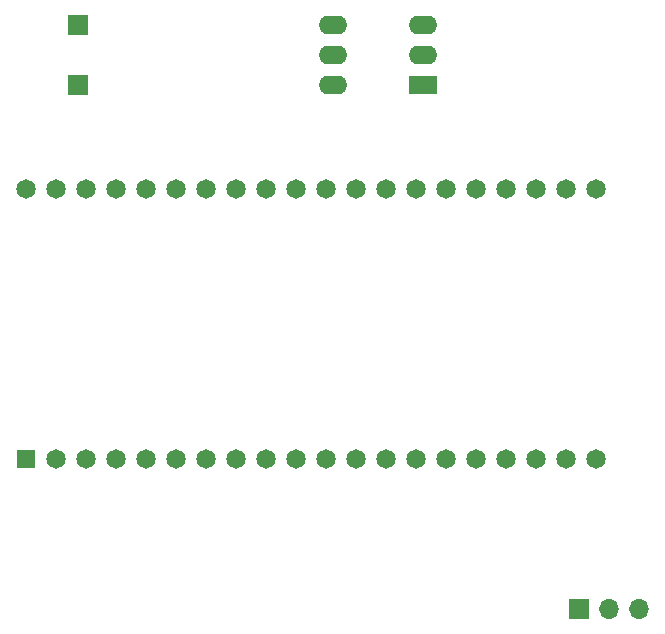
<source format=gbr>
%TF.GenerationSoftware,KiCad,Pcbnew,(6.0.5)*%
%TF.CreationDate,2022-05-25T12:11:17-03:00*%
%TF.ProjectId,PCB,5043422e-6b69-4636-9164-5f7063625858,rev?*%
%TF.SameCoordinates,Original*%
%TF.FileFunction,Copper,L1,Top*%
%TF.FilePolarity,Positive*%
%FSLAX46Y46*%
G04 Gerber Fmt 4.6, Leading zero omitted, Abs format (unit mm)*
G04 Created by KiCad (PCBNEW (6.0.5)) date 2022-05-25 12:11:17*
%MOMM*%
%LPD*%
G01*
G04 APERTURE LIST*
%TA.AperFunction,ComponentPad*%
%ADD10R,1.650000X1.650000*%
%TD*%
%TA.AperFunction,ComponentPad*%
%ADD11C,1.650000*%
%TD*%
%TA.AperFunction,ComponentPad*%
%ADD12R,1.700000X1.700000*%
%TD*%
%TA.AperFunction,ComponentPad*%
%ADD13O,1.700000X1.700000*%
%TD*%
%TA.AperFunction,ComponentPad*%
%ADD14R,2.400000X1.600000*%
%TD*%
%TA.AperFunction,ComponentPad*%
%ADD15O,2.400000X1.600000*%
%TD*%
G04 APERTURE END LIST*
D10*
%TO.P,IC1,1,GND*%
%TO.N,GND*%
X143891000Y-124079000D03*
D11*
%TO.P,IC1,2,VIN*%
%TO.N,unconnected-(IC1-Pad2)*%
X146431000Y-124079000D03*
%TO.P,IC1,3,VBAT*%
%TO.N,unconnected-(IC1-Pad3)*%
X148971000Y-124079000D03*
%TO.P,IC1,4,IF_NRESET_EXT*%
%TO.N,unconnected-(IC1-Pad4)*%
X151511000Y-124079000D03*
%TO.P,IC1,5,DIP5*%
%TO.N,unconnected-(IC1-Pad5)*%
X154051000Y-124079000D03*
%TO.P,IC1,6,DIP6*%
%TO.N,unconnected-(IC1-Pad6)*%
X156591000Y-124079000D03*
%TO.P,IC1,7,DIP7*%
%TO.N,unconnected-(IC1-Pad7)*%
X159131000Y-124079000D03*
%TO.P,IC1,8,DIP8*%
%TO.N,unconnected-(IC1-Pad8)*%
X161671000Y-124079000D03*
%TO.P,IC1,9,DIP9*%
%TO.N,unconnected-(IC1-Pad9)*%
X164211000Y-124079000D03*
%TO.P,IC1,10,DIP10*%
%TO.N,unconnected-(IC1-Pad10)*%
X166751000Y-124079000D03*
%TO.P,IC1,11,DIP11*%
%TO.N,unconnected-(IC1-Pad11)*%
X169291000Y-124079000D03*
%TO.P,IC1,12,DIP12*%
%TO.N,unconnected-(IC1-Pad12)*%
X171831000Y-124079000D03*
%TO.P,IC1,13,DIP13*%
%TO.N,unconnected-(IC1-Pad13)*%
X174371000Y-124079000D03*
%TO.P,IC1,14,DIP14*%
%TO.N,unconnected-(IC1-Pad14)*%
X176911000Y-124079000D03*
%TO.P,IC1,15,DIP15*%
%TO.N,unconnected-(IC1-Pad15)*%
X179451000Y-124079000D03*
%TO.P,IC1,16,DIP16*%
%TO.N,unconnected-(IC1-Pad16)*%
X181991000Y-124079000D03*
%TO.P,IC1,17,DIP17*%
%TO.N,unconnected-(IC1-Pad17)*%
X184531000Y-124079000D03*
%TO.P,IC1,18,DIP18*%
%TO.N,unconnected-(IC1-Pad18)*%
X187071000Y-124079000D03*
%TO.P,IC1,19,DIP19*%
%TO.N,unconnected-(IC1-Pad19)*%
X189611000Y-124079000D03*
%TO.P,IC1,20,DIP20*%
%TO.N,Net-(J1-Pad2)*%
X192151000Y-124079000D03*
%TO.P,IC1,21,DIP21*%
%TO.N,/PWM*%
X192151000Y-101219000D03*
%TO.P,IC1,22,DIP22*%
%TO.N,unconnected-(IC1-Pad22)*%
X189611000Y-101219000D03*
%TO.P,IC1,23,DIP23*%
%TO.N,unconnected-(IC1-Pad23)*%
X187071000Y-101219000D03*
%TO.P,IC1,24,DIP24*%
%TO.N,unconnected-(IC1-Pad24)*%
X184531000Y-101219000D03*
%TO.P,IC1,25,DIP25*%
%TO.N,unconnected-(IC1-Pad25)*%
X181991000Y-101219000D03*
%TO.P,IC1,26,DIP26*%
%TO.N,unconnected-(IC1-Pad26)*%
X179451000Y-101219000D03*
%TO.P,IC1,27,DIP27*%
%TO.N,unconnected-(IC1-Pad27)*%
X176911000Y-101219000D03*
%TO.P,IC1,28,DIP28*%
%TO.N,unconnected-(IC1-Pad28)*%
X174371000Y-101219000D03*
%TO.P,IC1,29,DIP29*%
%TO.N,unconnected-(IC1-Pad29)*%
X171831000Y-101219000D03*
%TO.P,IC1,30,DIP30*%
%TO.N,unconnected-(IC1-Pad30)*%
X169291000Y-101219000D03*
%TO.P,IC1,31,TGT_D+*%
%TO.N,unconnected-(IC1-Pad31)*%
X166751000Y-101219000D03*
%TO.P,IC1,32,TGT_D-*%
%TO.N,unconnected-(IC1-Pad32)*%
X164211000Y-101219000D03*
%TO.P,IC1,33,TD+*%
%TO.N,unconnected-(IC1-Pad33)*%
X161671000Y-101219000D03*
%TO.P,IC1,34,TD-*%
%TO.N,unconnected-(IC1-Pad34)*%
X159131000Y-101219000D03*
%TO.P,IC1,35,RD+*%
%TO.N,unconnected-(IC1-Pad35)*%
X156591000Y-101219000D03*
%TO.P,IC1,36,RD-*%
%TO.N,unconnected-(IC1-Pad36)*%
X154051000Y-101219000D03*
%TO.P,IC1,37,IF_D+*%
%TO.N,unconnected-(IC1-Pad37)*%
X151511000Y-101219000D03*
%TO.P,IC1,38,IF_D-*%
%TO.N,unconnected-(IC1-Pad38)*%
X148971000Y-101219000D03*
%TO.P,IC1,39,+5V*%
%TO.N,unconnected-(IC1-Pad39)*%
X146431000Y-101219000D03*
%TO.P,IC1,40,EXT_3V3*%
%TO.N,VCC*%
X143891000Y-101219000D03*
%TD*%
D12*
%TO.P,J4,1,Pin_1*%
%TO.N,Net-(J4-Pad1)*%
X148338000Y-87366000D03*
%TD*%
%TO.P,J3,1,Pin_1*%
%TO.N,Net-(R2-Pad2)*%
X148338000Y-92446000D03*
%TD*%
%TO.P,J1,1,Pin_1*%
%TO.N,VCC*%
X190746000Y-136779000D03*
D13*
%TO.P,J1,2,Pin_2*%
%TO.N,Net-(J1-Pad2)*%
X193286000Y-136779000D03*
%TO.P,J1,3,Pin_3*%
%TO.N,GND*%
X195826000Y-136779000D03*
%TD*%
D14*
%TO.P,U1,1*%
%TO.N,Net-(R1-Pad2)*%
X177538000Y-92456000D03*
D15*
%TO.P,U1,2*%
%TO.N,GND*%
X177538000Y-89916000D03*
%TO.P,U1,3,NC*%
%TO.N,unconnected-(U1-Pad3)*%
X177538000Y-87376000D03*
%TO.P,U1,4*%
%TO.N,Net-(J4-Pad1)*%
X169918000Y-87376000D03*
%TO.P,U1,5,NC*%
%TO.N,unconnected-(U1-Pad5)*%
X169918000Y-89916000D03*
%TO.P,U1,6*%
%TO.N,Net-(R2-Pad1)*%
X169918000Y-92456000D03*
%TD*%
M02*

</source>
